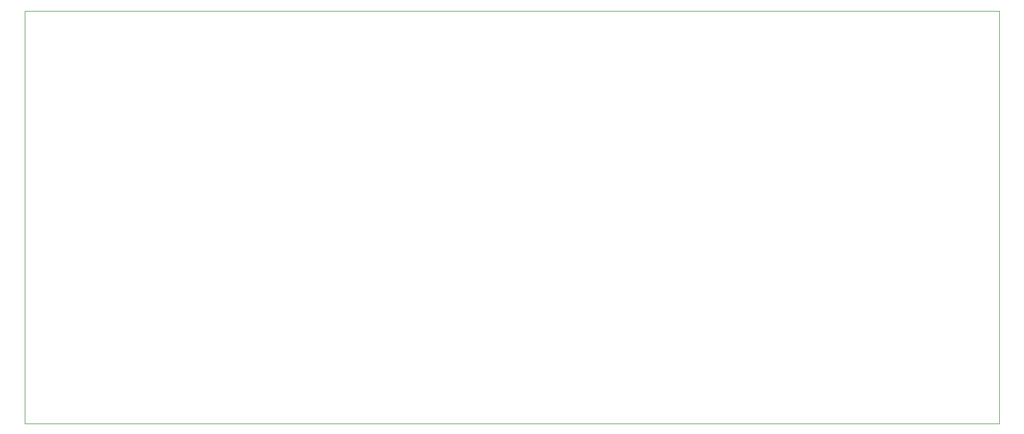
<source format=gbr>
%TF.GenerationSoftware,KiCad,Pcbnew,(7.0.0)*%
%TF.CreationDate,2023-05-30T23:08:45+10:00*%
%TF.ProjectId,spot-welder,73706f74-2d77-4656-9c64-65722e6b6963,rev?*%
%TF.SameCoordinates,Original*%
%TF.FileFunction,Profile,NP*%
%FSLAX46Y46*%
G04 Gerber Fmt 4.6, Leading zero omitted, Abs format (unit mm)*
G04 Created by KiCad (PCBNEW (7.0.0)) date 2023-05-30 23:08:45*
%MOMM*%
%LPD*%
G01*
G04 APERTURE LIST*
%TA.AperFunction,Profile*%
%ADD10C,0.100000*%
%TD*%
G04 APERTURE END LIST*
D10*
X12700000Y-12700000D02*
X162560000Y-12700000D01*
X162560000Y-12700000D02*
X162560000Y-76200000D01*
X162560000Y-76200000D02*
X12700000Y-76200000D01*
X12700000Y-76200000D02*
X12700000Y-12700000D01*
M02*

</source>
